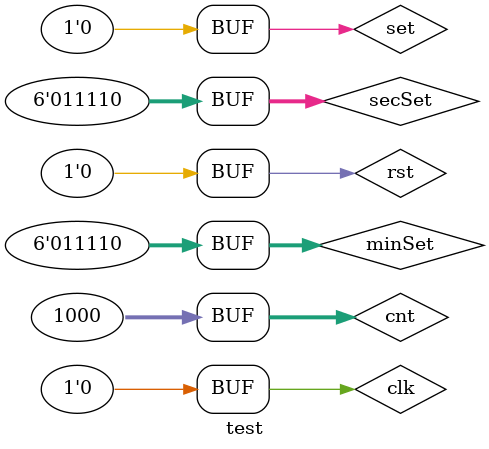
<source format=v>
module test;
	reg clk=1'b0, rst, set=1'b0;
	reg[5:0] minSet, secSet;
	
	wire [6:0] minTen, minOne, secTen, secOne;
	
	integer cnt;
	
	system S0(.clk(clk), .rst(rst), .set(set), .minSet(minSet), .secSet(secSet), .minTen(minTen), .minOne(minOne), .secTen(secTen), .secOne(secOne));
	
	initial begin
		rst=1'b1;#1 rst=1'b0;
		for (cnt=0; cnt<32'd1000; cnt=cnt+1)begin
			#1 clk=~clk;
			#1 clk=~clk;
			if(cnt==32'd100)begin
				{minSet, secSet}={6'd30, 6'd30};
				set=1'd1;
				#1 set=1'd0;
			end
		end
	end
	
	initial $monitor("CNT:%d sec:%b, %b min:%b, %b", cnt, secTen, secOne, minOne, minTen);
	
	initial begin
		$dumpfile("test.vcd");
		$dumpvars;
	end
	

endmodule
</source>
